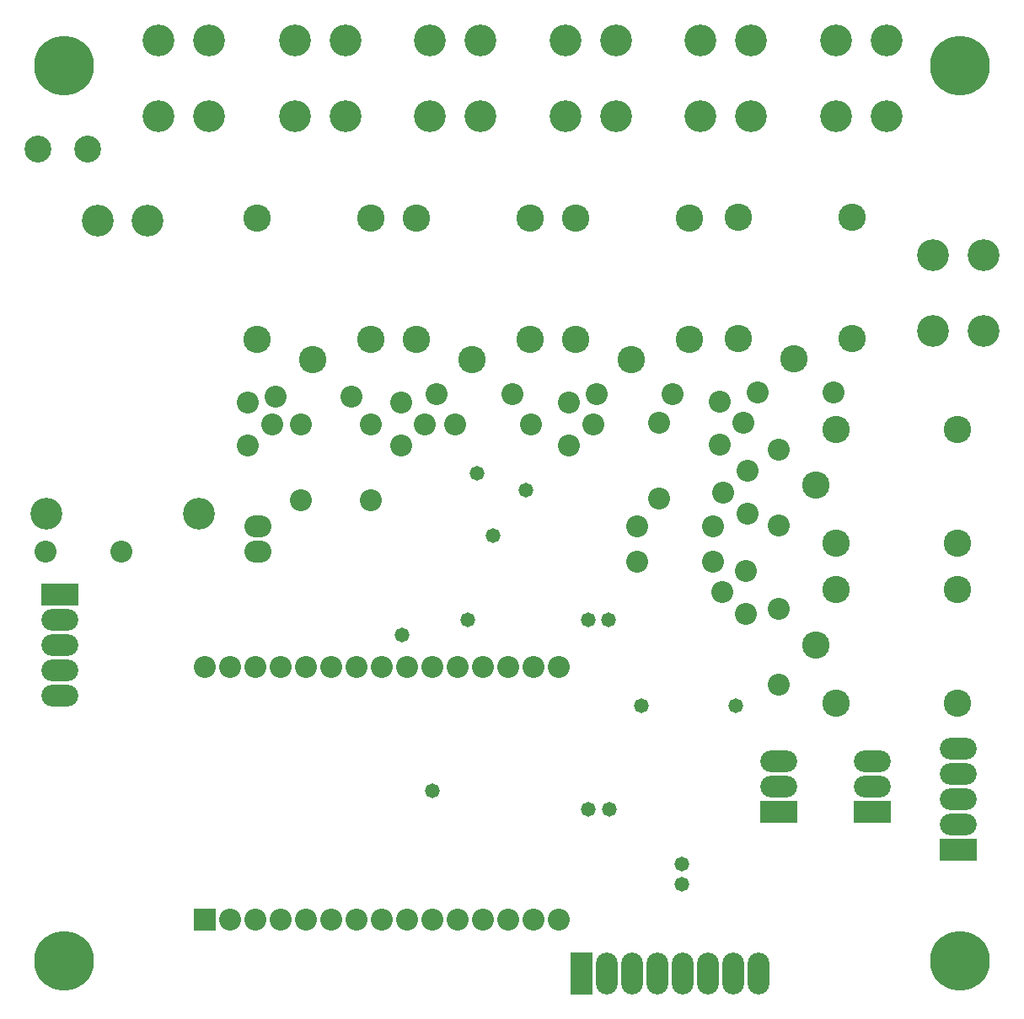
<source format=gbr>
G04*
G04 #@! TF.GenerationSoftware,Altium Limited,Altium Designer,24.3.1 (35)*
G04*
G04 Layer_Color=16711935*
%FSLAX25Y25*%
%MOIN*%
G70*
G04*
G04 #@! TF.SameCoordinates,46AF65BB-AA63-4F94-AAD3-FE113F2D5473*
G04*
G04*
G04 #@! TF.FilePolarity,Negative*
G04*
G01*
G75*
%ADD23C,0.08674*%
%ADD24R,0.08674X0.08674*%
%ADD25C,0.12611*%
%ADD26C,0.10800*%
%ADD27O,0.10642X0.08674*%
%ADD28O,0.14580X0.08674*%
%ADD29R,0.14580X0.08674*%
%ADD30O,0.08674X0.16548*%
%ADD31R,0.08674X0.16548*%
%ADD32O,0.08674X0.16548*%
%ADD33C,0.10642*%
%ADD34C,0.23635*%
%ADD35C,0.05800*%
%ADD36C,0.04737*%
D23*
X215500Y136000D02*
D03*
X205500D02*
D03*
X195500D02*
D03*
X185500D02*
D03*
X175500D02*
D03*
X165500D02*
D03*
X155500D02*
D03*
X145500D02*
D03*
X135500D02*
D03*
X125500D02*
D03*
X115500D02*
D03*
X105500D02*
D03*
X95500D02*
D03*
X85500D02*
D03*
X75500D02*
D03*
X215500Y36000D02*
D03*
X205500D02*
D03*
X195500D02*
D03*
X185500D02*
D03*
X175500D02*
D03*
X165500D02*
D03*
X155500D02*
D03*
X145500D02*
D03*
X135500D02*
D03*
X125500D02*
D03*
X115500D02*
D03*
X105500D02*
D03*
X95500D02*
D03*
X85500D02*
D03*
X289500Y174000D02*
D03*
X280000Y165500D02*
D03*
X289500Y157000D02*
D03*
X302500Y159000D02*
D03*
Y129000D02*
D03*
X276500Y177500D02*
D03*
X246500D02*
D03*
X92500Y240500D02*
D03*
X102000Y232000D02*
D03*
X92500Y223500D02*
D03*
X133500Y243000D02*
D03*
X103500D02*
D03*
X113500Y202000D02*
D03*
Y232000D02*
D03*
X153000Y240500D02*
D03*
X162500Y232000D02*
D03*
X153000Y223500D02*
D03*
X141000Y202000D02*
D03*
Y232000D02*
D03*
X197000Y244000D02*
D03*
X167000D02*
D03*
X174500Y232000D02*
D03*
X204500D02*
D03*
X219500Y240500D02*
D03*
X229000Y232000D02*
D03*
X219500Y223500D02*
D03*
X260500Y244000D02*
D03*
X230500D02*
D03*
X255000Y202500D02*
D03*
Y232500D02*
D03*
X279000Y241000D02*
D03*
X288500Y232500D02*
D03*
X279000Y224000D02*
D03*
X324000Y244500D02*
D03*
X294000D02*
D03*
X246500Y191500D02*
D03*
X276500D02*
D03*
X302500Y192000D02*
D03*
Y222000D02*
D03*
X290000Y196500D02*
D03*
X280500Y205000D02*
D03*
X290000Y213500D02*
D03*
X12500Y181500D02*
D03*
X42500D02*
D03*
D24*
X75500Y36000D02*
D03*
D25*
X383500Y299000D02*
D03*
Y269000D02*
D03*
X363500Y299000D02*
D03*
Y269000D02*
D03*
X12528Y196752D02*
D03*
X73157D02*
D03*
X33000Y312500D02*
D03*
X52685D02*
D03*
X77000Y384000D02*
D03*
Y354000D02*
D03*
X57000Y384000D02*
D03*
Y354000D02*
D03*
X131000Y384000D02*
D03*
Y354000D02*
D03*
X111000Y384000D02*
D03*
Y354000D02*
D03*
X184500Y384000D02*
D03*
Y354000D02*
D03*
X164500Y384000D02*
D03*
Y354000D02*
D03*
X238000Y384000D02*
D03*
Y354000D02*
D03*
X218000Y384000D02*
D03*
Y354000D02*
D03*
X291500Y384000D02*
D03*
Y354000D02*
D03*
X271500Y384000D02*
D03*
Y354000D02*
D03*
X345000Y384000D02*
D03*
Y354000D02*
D03*
X325000Y384000D02*
D03*
Y354000D02*
D03*
D26*
Y166500D02*
D03*
Y121500D02*
D03*
X317000Y144500D02*
D03*
X373000Y166500D02*
D03*
Y121500D02*
D03*
Y185000D02*
D03*
Y230000D02*
D03*
X317000Y208000D02*
D03*
X325000Y185000D02*
D03*
Y230000D02*
D03*
X141000Y313500D02*
D03*
X96000D02*
D03*
X118000Y257500D02*
D03*
X141000Y265500D02*
D03*
X96000D02*
D03*
X204000Y313500D02*
D03*
X159000D02*
D03*
X181000Y257500D02*
D03*
X204000Y265500D02*
D03*
X159000D02*
D03*
X267000Y313500D02*
D03*
X222000D02*
D03*
X244000Y257500D02*
D03*
X267000Y265500D02*
D03*
X222000D02*
D03*
X331500Y314000D02*
D03*
X286500D02*
D03*
X308500Y258000D02*
D03*
X331500Y266000D02*
D03*
X286500D02*
D03*
D27*
X96500Y181500D02*
D03*
Y191500D02*
D03*
D28*
X373500Y73500D02*
D03*
Y83500D02*
D03*
Y93500D02*
D03*
Y103500D02*
D03*
X339500Y88500D02*
D03*
Y98500D02*
D03*
X302500Y88500D02*
D03*
Y98500D02*
D03*
X18000Y154500D02*
D03*
Y144500D02*
D03*
Y134500D02*
D03*
Y124500D02*
D03*
D29*
X373500Y63500D02*
D03*
X339500Y78500D02*
D03*
X302500D02*
D03*
X18000Y164500D02*
D03*
D30*
X264500Y14500D02*
D03*
X244500D02*
D03*
X254500D02*
D03*
X284500D02*
D03*
X274500D02*
D03*
X294500D02*
D03*
D31*
X224500D02*
D03*
D32*
X234500D02*
D03*
D33*
X9315Y341000D02*
D03*
X29000D02*
D03*
D34*
X19685Y19685D02*
D03*
Y374016D02*
D03*
X374016D02*
D03*
Y19685D02*
D03*
D35*
X165500Y87000D02*
D03*
X264000Y58000D02*
D03*
Y50000D02*
D03*
X285500Y120500D02*
D03*
X248000D02*
D03*
X235500Y79500D02*
D03*
X227000D02*
D03*
X235000Y154500D02*
D03*
X227000D02*
D03*
X189500Y188000D02*
D03*
X183000Y212500D02*
D03*
X153500Y148500D02*
D03*
X179500Y154750D02*
D03*
X202500Y205800D02*
D03*
D36*
X25810Y13560D02*
D03*
X13560D02*
D03*
X11024Y19685D02*
D03*
X13560Y25810D02*
D03*
X26006Y25908D02*
D03*
X28543Y19783D02*
D03*
X19685Y11024D02*
D03*
Y28346D02*
D03*
X25810Y367891D02*
D03*
X13560D02*
D03*
X11024Y374016D02*
D03*
X13560Y380140D02*
D03*
X26006Y380239D02*
D03*
X28543Y374114D02*
D03*
X19685Y365354D02*
D03*
Y382677D02*
D03*
X380140Y367891D02*
D03*
X367891D02*
D03*
X365354Y374016D02*
D03*
X367891Y380140D02*
D03*
X380337Y380239D02*
D03*
X382874Y374114D02*
D03*
X374016Y365354D02*
D03*
Y382677D02*
D03*
X380140Y13560D02*
D03*
X367891D02*
D03*
X365354Y19685D02*
D03*
X367891Y25810D02*
D03*
X380337Y25908D02*
D03*
X382874Y19783D02*
D03*
X374016Y11024D02*
D03*
Y28346D02*
D03*
M02*

</source>
